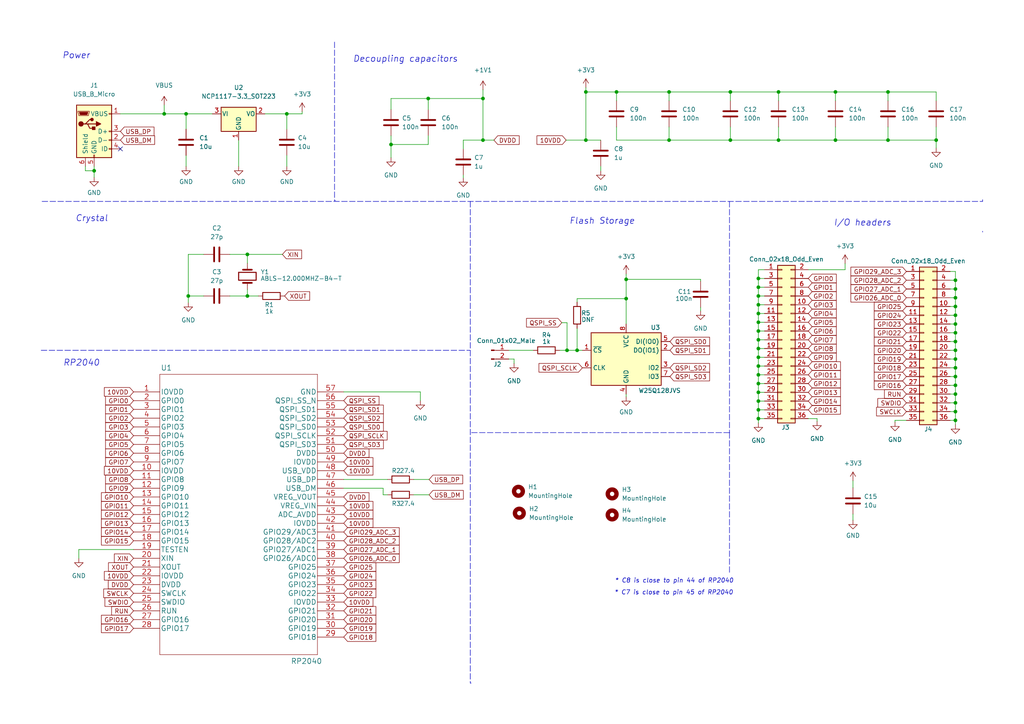
<source format=kicad_sch>
(kicad_sch (version 20211123) (generator eeschema)
  (paper "A4")
  (title_block (title "RP2040 based PCB") (rev "REV1"))
  (lib_symbols
    (symbol "Connector:Conn_01x02_Male" (pin_names (offset 1.016) hide)
      (property "Reference" "J" (at 0 2.54 0))
      (property "Value" "Conn_01x02_Male" (at 0 -5.08 0))
      (symbol "Conn_01x02_Male_1_1"
        (pin passive line (at 5.08 0 180) (length 3.81) (name "Pin_1") (number "1"))
        (pin passive line (at 5.08 -2.54 180) (length 3.81) (name "Pin_2") (number "2"))
      )
    )
    (symbol "Connector:USB_B_Micro" (pin_names (offset 1.016))
      (property "Reference" "J" (at -5.08 11.43 0))
      (property "Value" "USB_B_Micro" (at -5.08 8.89 0))
      (symbol "USB_B_Micro_1_1"
        (pin power_out line (at 7.62 5.08 180) (length 2.54) (name "VBUS") (number "1"))
        (pin bidirectional line (at 7.62 -2.54 180) (length 2.54) (name "D-") (number "2"))
        (pin bidirectional line (at 7.62 0 180) (length 2.54) (name "D+") (number "3"))
        (pin passive line (at 7.62 -5.08 180) (length 2.54) (name "ID") (number "4"))
        (pin power_out line (at 0 -10.16 90) (length 2.54) (name "GND") (number "5"))
        (pin passive line (at -2.54 -10.16 90) (length 2.54) (name "Shield") (number "6"))
      )
    )
    (symbol "Connector_Generic:Conn_02x18_Odd_Even" (pin_names (offset 1.016) hide)
      (property "Reference" "J" (at 1.27 22.86 0))
      (property "Value" "Conn_02x18_Odd_Even" (at 1.27 -25.4 0))
      (symbol "Conn_02x18_Odd_Even_1_1"
        (pin passive line (at -5.08 20.32 0) (length 3.81) (name "Pin_1") (number "1"))
        (pin passive line (at 7.62 10.16 180) (length 3.81) (name "Pin_10") (number "10"))
        (pin passive line (at -5.08 7.62 0) (length 3.81) (name "Pin_11") (number "11"))
        (pin passive line (at 7.62 7.62 180) (length 3.81) (name "Pin_12") (number "12"))
        (pin passive line (at -5.08 5.08 0) (length 3.81) (name "Pin_13") (number "13"))
        (pin passive line (at 7.62 5.08 180) (length 3.81) (name "Pin_14") (number "14"))
        (pin passive line (at -5.08 2.54 0) (length 3.81) (name "Pin_15") (number "15"))
        (pin passive line (at 7.62 2.54 180) (length 3.81) (name "Pin_16") (number "16"))
        (pin passive line (at -5.08 0 0) (length 3.81) (name "Pin_17") (number "17"))
        (pin passive line (at 7.62 0 180) (length 3.81) (name "Pin_18") (number "18"))
        (pin passive line (at -5.08 -2.54 0) (length 3.81) (name "Pin_19") (number "19"))
        (pin passive line (at 7.62 20.32 180) (length 3.81) (name "Pin_2") (number "2"))
        (pin passive line (at 7.62 -2.54 180) (length 3.81) (name "Pin_20") (number "20"))
        (pin passive line (at -5.08 -5.08 0) (length 3.81) (name "Pin_21") (number "21"))
        (pin passive line (at 7.62 -5.08 180) (length 3.81) (name "Pin_22") (number "22"))
        (pin passive line (at -5.08 -7.62 0) (length 3.81) (name "Pin_23") (number "23"))
        (pin passive line (at 7.62 -7.62 180) (length 3.81) (name "Pin_24") (number "24"))
        (pin passive line (at -5.08 -10.16 0) (length 3.81) (name "Pin_25") (number "25"))
        (pin passive line (at 7.62 -10.16 180) (length 3.81) (name "Pin_26") (number "26"))
        (pin passive line (at -5.08 -12.7 0) (length 3.81) (name "Pin_27") (number "27"))
        (pin passive line (at 7.62 -12.7 180) (length 3.81) (name "Pin_28") (number "28"))
        (pin passive line (at -5.08 -15.24 0) (length 3.81) (name "Pin_29") (number "29"))
        (pin passive line (at -5.08 17.78 0) (length 3.81) (name "Pin_3") (number "3"))
        (pin passive line (at 7.62 -15.24 180) (length 3.81) (name "Pin_30") (number "30"))
        (pin passive line (at -5.08 -17.78 0) (length 3.81) (name "Pin_31") (number "31"))
        (pin passive line (at 7.62 -17.78 180) (length 3.81) (name "Pin_32") (number "32"))
        (pin passive line (at -5.08 -20.32 0) (length 3.81) (name "Pin_33") (number "33"))
        (pin passive line (at 7.62 -20.32 180) (length 3.81) (name "Pin_34") (number "34"))
        (pin passive line (at -5.08 -22.86 0) (length 3.81) (name "Pin_35") (number "35"))
        (pin passive line (at 7.62 -22.86 180) (length 3.81) (name "Pin_36") (number "36"))
        (pin passive line (at 7.62 17.78 180) (length 3.81) (name "Pin_4") (number "4"))
        (pin passive line (at -5.08 15.24 0) (length 3.81) (name "Pin_5") (number "5"))
        (pin passive line (at 7.62 15.24 180) (length 3.81) (name "Pin_6") (number "6"))
        (pin passive line (at -5.08 12.7 0) (length 3.81) (name "Pin_7") (number "7"))
        (pin passive line (at 7.62 12.7 180) (length 3.81) (name "Pin_8") (number "8"))
        (pin passive line (at -5.08 10.16 0) (length 3.81) (name "Pin_9") (number "9"))
      )
    )
    (symbol "Device:C" (pin_numbers hide) (pin_names (offset 0.254))
      (property "Reference" "C" (at 0.635 2.54 0))
      (property "Value" "C" (at 0.635 -2.54 0))
      (symbol "C_1_1"
        (pin passive line (at 0 3.81 270) (length 2.794) (name "~") (number "1"))
        (pin passive line (at 0 -3.81 90) (length 2.794) (name "~") (number "2"))
      )
    )
    (symbol "Device:Crystal" (pin_numbers hide) (pin_names (offset 1.016) hide)
      (property "Reference" "Y" (at 0 3.81 0))
      (property "Value" "Crystal" (at 0 -3.81 0))
      (symbol "Crystal_1_1"
        (pin passive line (at -3.81 0 0) (length 1.27) (name "1") (number "1"))
        (pin passive line (at 3.81 0 180) (length 1.27) (name "2") (number "2"))
      )
    )
    (symbol "Device:R" (pin_numbers hide) (pin_names (offset 0))
      (property "Reference" "R" (at 2.032 0 90))
      (property "Value" "R" (at 0 0 90))
      (symbol "R_1_1"
        (pin passive line (at 0 3.81 270) (length 1.27) (name "~") (number "1"))
        (pin passive line (at 0 -3.81 90) (length 1.27) (name "~") (number "2"))
      )
    )
    (symbol "Mechanical:MountingHole" (pin_names (offset 1.016))
      (property "Reference" "H" (at 0 5.08 0))
      (property "Value" "MountingHole" (at 0 3.175 0))
    )
    (symbol "Memory_Flash:W25Q128JVS"
      (property "Reference" "U" (at -8.89 8.89 0))
      (property "Value" "W25Q128JVS" (at 7.62 8.89 0))
      (symbol "W25Q128JVS_1_1"
        (pin input line (at -12.7 2.54 0) (length 2.54) (name "~{CS}") (number "1"))
        (pin bidirectional line (at 12.7 2.54 180) (length 2.54) (name "DO(IO1)") (number "2"))
        (pin bidirectional line (at 12.7 -2.54 180) (length 2.54) (name "IO2") (number "3"))
        (pin power_in line (at 0 -10.16 90) (length 2.54) (name "GND") (number "4"))
        (pin bidirectional line (at 12.7 5.08 180) (length 2.54) (name "DI(IO0)") (number "5"))
        (pin input line (at -12.7 -2.54 0) (length 2.54) (name "CLK") (number "6"))
        (pin bidirectional line (at 12.7 -5.08 180) (length 2.54) (name "IO3") (number "7"))
        (pin power_in line (at 0 10.16 270) (length 2.54) (name "VCC") (number "8"))
      )
    )
    (symbol "Regulator_Linear:NCP1117-3.3_SOT223" (pin_names (offset 0.254))
      (property "Reference" "U" (at -3.81 3.175 0))
      (property "Value" "NCP1117-3.3_SOT223" (at 0 3.175 0))
      (symbol "NCP1117-3.3_SOT223_1_1"
        (pin power_in line (at 0 -7.62 90) (length 2.54) (name "GND") (number "1"))
        (pin power_out line (at 7.62 0 180) (length 2.54) (name "VO") (number "2"))
        (pin power_in line (at -7.62 0 0) (length 2.54) (name "VI") (number "3"))
      )
    )
    (symbol "power:+1V1" (power) (pin_names (offset 0))
      (property "Value" "+1V1" (at 0 3.556 0))
      (symbol "+1V1_1_1"
        (pin power_in line (at 0 0 90) (length 0) hide (name "+1V1") (number "1"))
      )
    )
    (symbol "power:+3V3" (power) (pin_names (offset 0))
      (property "Value" "+3V3" (at 0 3.556 0))
      (symbol "+3V3_1_1"
        (pin power_in line (at 0 0 90) (length 0) hide (name "+3V3") (number "1"))
      )
    )
    (symbol "power:GND" (power) (pin_names (offset 0))
      (property "Value" "GND" (at 0 -3.81 0))
      (symbol "GND_1_1"
        (pin power_in line (at 0 0 270) (length 0) hide (name "GND") (number "1"))
      )
    )
    (symbol "power:VBUS" (power) (pin_names (offset 0))
      (property "Value" "VBUS" (at 0 3.81 0))
      (symbol "VBUS_1_1"
        (pin power_in line (at 0 0 90) (length 0) hide (name "VBUS") (number "1"))
      )
    )
    (symbol "rp2040:RP2040" (pin_names (offset 0.254))
      (property "Reference" "U" (at 30.48 10.16 0))
      (property "Value" "RP2040" (at 30.48 7.62 0))
      (symbol "RP2040_1_1"
        (pin power_in line (at 0 0 0) (length 7.62) (name "IOVDD") (number "1"))
        (pin power_in line (at 0 -22.86 0) (length 7.62) (name "IOVDD") (number "10"))
        (pin bidirectional line (at 0 -25.4 0) (length 7.62) (name "GPIO8") (number "11"))
        (pin bidirectional line (at 0 -27.94 0) (length 7.62) (name "GPIO9") (number "12"))
        (pin bidirectional line (at 0 -30.48 0) (length 7.62) (name "GPIO10") (number "13"))
        (pin bidirectional line (at 0 -33.02 0) (length 7.62) (name "GPIO11") (number "14"))
        (pin bidirectional line (at 0 -35.56 0) (length 7.62) (name "GPIO12") (number "15"))
        (pin bidirectional line (at 0 -38.1 0) (length 7.62) (name "GPIO13") (number "16"))
        (pin bidirectional line (at 0 -40.64 0) (length 7.62) (name "GPIO14") (number "17"))
        (pin bidirectional line (at 0 -43.18 0) (length 7.62) (name "GPIO15") (number "18"))
        (pin unspecified line (at 0 -45.72 0) (length 7.62) (name "TESTEN") (number "19"))
        (pin bidirectional line (at 0 -2.54 0) (length 7.62) (name "GPIO0") (number "2"))
        (pin unspecified line (at 0 -48.26 0) (length 7.62) (name "XIN") (number "20"))
        (pin output line (at 0 -50.8 0) (length 7.62) (name "XOUT") (number "21"))
        (pin power_in line (at 0 -53.34 0) (length 7.62) (name "IOVDD") (number "22"))
        (pin power_in line (at 0 -55.88 0) (length 7.62) (name "DVDD") (number "23"))
        (pin unspecified line (at 0 -58.42 0) (length 7.62) (name "SWCLK") (number "24"))
        (pin unspecified line (at 0 -60.96 0) (length 7.62) (name "SWDIO") (number "25"))
        (pin unspecified line (at 0 -63.5 0) (length 7.62) (name "RUN") (number "26"))
        (pin bidirectional line (at 0 -66.04 0) (length 7.62) (name "GPIO16") (number "27"))
        (pin bidirectional line (at 0 -68.58 0) (length 7.62) (name "GPIO17") (number "28"))
        (pin bidirectional line (at 60.96 -71.12 180) (length 7.62) (name "GPIO18") (number "29"))
        (pin bidirectional line (at 0 -5.08 0) (length 7.62) (name "GPIO1") (number "3"))
        (pin bidirectional line (at 60.96 -68.58 180) (length 7.62) (name "GPIO19") (number "30"))
        (pin bidirectional line (at 60.96 -66.04 180) (length 7.62) (name "GPIO20") (number "31"))
        (pin bidirectional line (at 60.96 -63.5 180) (length 7.62) (name "GPIO21") (number "32"))
        (pin power_in line (at 60.96 -60.96 180) (length 7.62) (name "IOVDD") (number "33"))
        (pin bidirectional line (at 60.96 -58.42 180) (length 7.62) (name "GPIO22") (number "34"))
        (pin bidirectional line (at 60.96 -55.88 180) (length 7.62) (name "GPIO23") (number "35"))
        (pin bidirectional line (at 60.96 -53.34 180) (length 7.62) (name "GPIO24") (number "36"))
        (pin bidirectional line (at 60.96 -50.8 180) (length 7.62) (name "GPIO25") (number "37"))
        (pin bidirectional line (at 60.96 -48.26 180) (length 7.62) (name "GPIO26/ADC0") (number "38"))
        (pin bidirectional line (at 60.96 -45.72 180) (length 7.62) (name "GPIO27/ADC1") (number "39"))
        (pin bidirectional line (at 0 -7.62 0) (length 7.62) (name "GPIO2") (number "4"))
        (pin bidirectional line (at 60.96 -43.18 180) (length 7.62) (name "GPIO28/ADC2") (number "40"))
        (pin bidirectional line (at 60.96 -40.64 180) (length 7.62) (name "GPIO29/ADC3") (number "41"))
        (pin power_in line (at 60.96 -38.1 180) (length 7.62) (name "IOVDD") (number "42"))
        (pin power_in line (at 60.96 -35.56 180) (length 7.62) (name "ADC_AVDD") (number "43"))
        (pin unspecified line (at 60.96 -33.02 180) (length 7.62) (name "VREG_VIN") (number "44"))
        (pin output line (at 60.96 -30.48 180) (length 7.62) (name "VREG_VOUT") (number "45"))
        (pin unspecified line (at 60.96 -27.94 180) (length 7.62) (name "USB_DM") (number "46"))
        (pin unspecified line (at 60.96 -25.4 180) (length 7.62) (name "USB_DP") (number "47"))
        (pin power_in line (at 60.96 -22.86 180) (length 7.62) (name "USB_VDD") (number "48"))
        (pin power_in line (at 60.96 -20.32 180) (length 7.62) (name "IOVDD") (number "49"))
        (pin bidirectional line (at 0 -10.16 0) (length 7.62) (name "GPIO3") (number "5"))
        (pin power_in line (at 60.96 -17.78 180) (length 7.62) (name "DVDD") (number "50"))
        (pin bidirectional line (at 60.96 -15.24 180) (length 7.62) (name "QSPI_SD3") (number "51"))
        (pin unspecified line (at 60.96 -12.7 180) (length 7.62) (name "QSPI_SCLK") (number "52"))
        (pin bidirectional line (at 60.96 -10.16 180) (length 7.62) (name "QSPI_SD0") (number "53"))
        (pin bidirectional line (at 60.96 -7.62 180) (length 7.62) (name "QSPI_SD2") (number "54"))
        (pin bidirectional line (at 60.96 -5.08 180) (length 7.62) (name "QSPI_SD1") (number "55"))
        (pin unspecified line (at 60.96 -2.54 180) (length 7.62) (name "QSPI_SS_N") (number "56"))
        (pin power_in line (at 60.96 0 180) (length 7.62) (name "GND") (number "57"))
        (pin bidirectional line (at 0 -12.7 0) (length 7.62) (name "GPIO4") (number "6"))
        (pin bidirectional line (at 0 -15.24 0) (length 7.62) (name "GPIO5") (number "7"))
        (pin bidirectional line (at 0 -17.78 0) (length 7.62) (name "GPIO6") (number "8"))
        (pin bidirectional line (at 0 -20.32 0) (length 7.62) (name "GPIO7") (number "9"))
      )
    )
  )
  (junction (at 211.836 26.67))
  (junction (at 277.114 106.68))
  (junction (at 277.114 119.38))
  (junction (at 219.964 98.552))
  (junction (at 219.964 80.772))
  (junction (at 225.806 40.64))
  (junction (at 219.964 93.472))
  (junction (at 277.114 116.84))
  (junction (at 219.964 118.872))
  (junction (at 257.556 26.67))
  (junction (at 277.114 99.06))
  (junction (at 277.114 111.76))
  (junction (at 219.964 106.172))
  (junction (at 194.056 40.64))
  (junction (at 219.964 113.792))
  (junction (at 219.964 103.632))
  (junction (at 242.316 40.64))
  (junction (at 178.816 26.67))
  (junction (at 277.114 91.44))
  (junction (at 47.625 33.02))
  (junction (at 71.755 73.787))
  (junction (at 219.964 85.852))
  (junction (at 277.114 114.3))
  (junction (at 277.114 83.82))
  (junction (at 140.081 28.575))
  (junction (at 219.964 111.252))
  (junction (at 219.964 116.332))
  (junction (at 181.61 86.614))
  (junction (at 277.114 101.6))
  (junction (at 277.114 109.22))
  (junction (at 113.411 41.91))
  (junction (at 225.806 26.67))
  (junction (at 169.926 26.67))
  (junction (at 124.206 28.575))
  (junction (at 257.556 40.64))
  (junction (at 167.386 101.6))
  (junction (at 211.836 40.64))
  (junction (at 277.114 88.9))
  (junction (at 271.526 40.64))
  (junction (at 277.114 93.98))
  (junction (at 140.081 40.64))
  (junction (at 194.056 26.67))
  (junction (at 242.316 26.67))
  (junction (at 219.964 101.092))
  (junction (at 219.964 83.312))
  (junction (at 277.114 96.52))
  (junction (at 277.114 81.28))
  (junction (at 71.755 85.852))
  (junction (at 169.926 40.64))
  (junction (at 219.964 88.392))
  (junction (at 219.964 96.012))
  (junction (at 277.114 104.14))
  (junction (at 83.185 33.02))
  (junction (at 277.114 86.36))
  (junction (at 277.114 121.92))
  (junction (at 54.61 85.852))
  (junction (at 27.305 49.53))
  (junction (at 181.61 81.026))
  (junction (at 219.964 121.412))
  (junction (at 53.975 33.02))
  (junction (at 219.964 108.712))
  (junction (at 164.465 101.6))
  (junction (at 219.964 90.932))
  (no_connect (at 34.925 43.18))
  (wire (pts (xy 194.056 26.67) (xy 211.836 26.67)))
  (wire (pts (xy 277.114 88.9) (xy 277.114 91.44)))
  (wire (pts (xy 140.081 40.64) (xy 143.256 40.64)))
  (wire (pts (xy 242.316 26.67) (xy 242.316 29.21)))
  (wire (pts (xy 275.59 109.22) (xy 277.114 109.22)))
  (wire (pts (xy 277.114 116.84) (xy 277.114 119.38)))
  (wire (pts (xy 219.964 80.772) (xy 221.742 80.772)))
  (wire (pts (xy 277.114 106.68) (xy 277.114 109.22)))
  (wire (pts (xy 257.556 36.83) (xy 257.556 40.64)))
  (wire (pts (xy 275.59 121.92) (xy 277.114 121.92)))
  (polyline (pts (xy 211.582 58.42) (xy 211.582 125.476)))
  (wire (pts (xy 219.964 90.932) (xy 221.742 90.932)))
  (wire (pts (xy 277.114 104.14) (xy 277.114 106.68)))
  (polyline (pts (xy 211.582 125.476) (xy 211.582 166.116)))
  (wire (pts (xy 257.556 26.67) (xy 257.556 29.21)))
  (wire (pts (xy 271.526 26.67) (xy 271.526 29.21)))
  (wire (pts (xy 83.185 33.02) (xy 76.835 33.02)))
  (wire (pts (xy 275.59 99.06) (xy 277.114 99.06)))
  (wire (pts (xy 225.806 36.83) (xy 225.806 40.64)))
  (wire (pts (xy 275.59 114.3) (xy 277.114 114.3)))
  (wire (pts (xy 219.964 113.792) (xy 221.742 113.792)))
  (wire (pts (xy 134.366 50.8) (xy 134.366 51.562)))
  (wire (pts (xy 277.114 119.38) (xy 277.114 121.92)))
  (wire (pts (xy 181.61 81.026) (xy 181.61 86.614)))
  (wire (pts (xy 66.675 73.787) (xy 71.755 73.787)))
  (wire (pts (xy 219.964 93.472) (xy 221.742 93.472)))
  (wire (pts (xy 134.366 43.18) (xy 134.366 40.64)))
  (wire (pts (xy 277.114 99.06) (xy 277.114 101.6)))
  (wire (pts (xy 219.964 83.312) (xy 221.742 83.312)))
  (wire (pts (xy 71.755 85.852) (xy 74.93 85.852)))
  (wire (pts (xy 113.411 28.575) (xy 124.206 28.575)))
  (wire (pts (xy 120.015 143.51) (xy 124.46 143.51)))
  (wire (pts (xy 27.305 49.53) (xy 27.305 51.435)))
  (wire (pts (xy 111.125 141.605) (xy 111.125 143.51)))
  (wire (pts (xy 275.59 93.98) (xy 277.114 93.98)))
  (wire (pts (xy 99.695 113.665) (xy 121.92 113.665)))
  (wire (pts (xy 38.735 159.385) (xy 22.86 159.385)))
  (wire (pts (xy 275.59 86.36) (xy 277.114 86.36)))
  (wire (pts (xy 69.215 40.64) (xy 69.215 48.26)))
  (wire (pts (xy 221.742 116.332) (xy 219.964 116.332)))
  (wire (pts (xy 147.574 104.14) (xy 149.098 104.14)))
  (wire (pts (xy 242.316 26.67) (xy 257.556 26.67)))
  (wire (pts (xy 211.836 26.67) (xy 225.806 26.67)))
  (wire (pts (xy 225.806 40.64) (xy 242.316 40.64)))
  (wire (pts (xy 221.742 118.872) (xy 219.964 118.872)))
  (wire (pts (xy 164.465 93.599) (xy 164.465 101.6)))
  (wire (pts (xy 277.114 83.82) (xy 277.114 81.28)))
  (wire (pts (xy 219.964 121.412) (xy 219.964 122.682)))
  (wire (pts (xy 164.465 101.6) (xy 167.386 101.6)))
  (wire (pts (xy 247.396 139.446) (xy 247.396 141.478)))
  (wire (pts (xy 99.695 141.605) (xy 111.125 141.605)))
  (wire (pts (xy 219.964 106.172) (xy 219.964 108.712)))
  (wire (pts (xy 134.366 40.64) (xy 140.081 40.64)))
  (wire (pts (xy 83.185 45.085) (xy 83.185 48.26)))
  (wire (pts (xy 247.396 149.098) (xy 247.396 150.876)))
  (wire (pts (xy 149.098 104.14) (xy 149.098 105.41)))
  (wire (pts (xy 211.836 40.64) (xy 225.806 40.64)))
  (wire (pts (xy 54.61 87.757) (xy 54.61 85.852)))
  (wire (pts (xy 34.925 33.02) (xy 47.625 33.02)))
  (wire (pts (xy 219.964 111.252) (xy 219.964 113.792)))
  (wire (pts (xy 219.964 116.332) (xy 219.964 118.872)))
  (wire (pts (xy 167.386 86.614) (xy 181.61 86.614)))
  (wire (pts (xy 24.765 49.53) (xy 27.305 49.53)))
  (wire (pts (xy 277.114 86.36) (xy 277.114 88.9)))
  (wire (pts (xy 219.964 108.712) (xy 221.742 108.712)))
  (wire (pts (xy 54.61 73.787) (xy 59.055 73.787)))
  (wire (pts (xy 225.806 26.67) (xy 225.806 29.21)))
  (wire (pts (xy 169.926 40.64) (xy 174.244 40.64)))
  (wire (pts (xy 277.114 101.6) (xy 277.114 104.14)))
  (wire (pts (xy 162.306 101.6) (xy 164.465 101.6)))
  (wire (pts (xy 87.63 32.385) (xy 87.63 33.02)))
  (wire (pts (xy 71.755 83.947) (xy 71.755 85.852)))
  (polyline (pts (xy 136.398 58.42) (xy 136.398 67.056)))
  (wire (pts (xy 167.386 95.25) (xy 167.386 101.6)))
  (polyline (pts (xy 11.938 101.6) (xy 136.398 101.6)))
  (wire (pts (xy 111.125 143.51) (xy 112.395 143.51)))
  (wire (pts (xy 169.926 26.67) (xy 169.926 40.64)))
  (wire (pts (xy 113.411 41.91) (xy 113.411 45.72)))
  (wire (pts (xy 257.556 40.64) (xy 271.526 40.64)))
  (wire (pts (xy 221.742 101.092) (xy 219.964 101.092)))
  (wire (pts (xy 242.316 36.83) (xy 242.316 40.64)))
  (polyline (pts (xy 136.398 198.12) (xy 136.652 198.12)))
  (wire (pts (xy 277.114 96.52) (xy 277.114 99.06)))
  (wire (pts (xy 275.59 81.28) (xy 277.114 81.28)))
  (wire (pts (xy 147.574 101.6) (xy 154.686 101.6)))
  (wire (pts (xy 47.625 33.02) (xy 47.625 30.48)))
  (wire (pts (xy 211.836 36.83) (xy 211.836 40.64)))
  (wire (pts (xy 162.941 93.599) (xy 164.465 93.599)))
  (wire (pts (xy 178.816 36.83) (xy 178.816 40.64)))
  (wire (pts (xy 219.964 98.552) (xy 219.964 101.092)))
  (wire (pts (xy 275.59 116.84) (xy 277.114 116.84)))
  (wire (pts (xy 219.964 80.772) (xy 219.964 78.232)))
  (wire (pts (xy 275.59 83.82) (xy 277.114 83.82)))
  (wire (pts (xy 219.964 118.872) (xy 219.964 121.412)))
  (wire (pts (xy 113.411 39.37) (xy 113.411 41.91)))
  (wire (pts (xy 257.556 26.67) (xy 271.526 26.67)))
  (polyline (pts (xy 284.988 57.912) (xy 284.988 58.42)))
  (wire (pts (xy 178.816 40.64) (xy 194.056 40.64)))
  (wire (pts (xy 219.964 108.712) (xy 219.964 111.252)))
  (wire (pts (xy 259.588 121.92) (xy 259.588 122.428)))
  (wire (pts (xy 194.056 29.21) (xy 194.056 26.67)))
  (wire (pts (xy 169.926 25.4) (xy 169.926 26.67)))
  (wire (pts (xy 27.305 48.26) (xy 27.305 49.53)))
  (wire (pts (xy 181.61 81.026) (xy 203.2 81.026)))
  (wire (pts (xy 54.61 85.852) (xy 59.055 85.852)))
  (wire (pts (xy 47.625 33.02) (xy 53.975 33.02)))
  (wire (pts (xy 87.63 33.02) (xy 83.185 33.02)))
  (wire (pts (xy 113.411 31.75) (xy 113.411 28.575)))
  (wire (pts (xy 245.11 76.454) (xy 245.11 78.232)))
  (wire (pts (xy 178.816 29.21) (xy 178.816 26.67)))
  (wire (pts (xy 242.316 40.64) (xy 257.556 40.64)))
  (wire (pts (xy 71.755 76.327) (xy 71.755 73.787)))
  (polyline (pts (xy 12.192 58.42) (xy 284.988 58.42)))
  (wire (pts (xy 275.59 119.38) (xy 277.114 119.38)))
  (wire (pts (xy 277.114 114.3) (xy 277.114 116.84)))
  (wire (pts (xy 83.185 37.465) (xy 83.185 33.02)))
  (wire (pts (xy 277.114 81.28) (xy 277.114 78.74)))
  (wire (pts (xy 120.015 139.065) (xy 124.46 139.065)))
  (wire (pts (xy 181.61 79.502) (xy 181.61 81.026)))
  (wire (pts (xy 221.742 88.392) (xy 219.964 88.392)))
  (wire (pts (xy 194.056 40.64) (xy 211.836 40.64)))
  (wire (pts (xy 277.114 93.98) (xy 277.114 96.52)))
  (wire (pts (xy 124.206 28.575) (xy 140.081 28.575)))
  (wire (pts (xy 275.59 88.9) (xy 277.114 88.9)))
  (wire (pts (xy 174.244 48.26) (xy 174.244 49.53)))
  (wire (pts (xy 53.975 33.02) (xy 53.975 37.465)))
  (wire (pts (xy 219.964 83.312) (xy 219.964 80.772)))
  (wire (pts (xy 181.61 114.3) (xy 181.61 115.062)))
  (polyline (pts (xy 97.028 12.192) (xy 97.028 58.166)))
  (wire (pts (xy 219.964 103.632) (xy 219.964 106.172)))
  (wire (pts (xy 167.386 101.6) (xy 168.91 101.6)))
  (wire (pts (xy 140.081 28.575) (xy 140.081 40.64)))
  (wire (pts (xy 121.92 113.665) (xy 121.92 116.205)))
  (wire (pts (xy 219.964 103.632) (xy 221.742 103.632)))
  (wire (pts (xy 245.11 78.232) (xy 234.442 78.232)))
  (wire (pts (xy 211.836 29.21) (xy 211.836 26.67)))
  (polyline (pts (xy 136.398 67.31) (xy 136.398 198.12)))
  (wire (pts (xy 275.59 104.14) (xy 277.114 104.14)))
  (wire (pts (xy 277.114 86.36) (xy 277.114 83.82)))
  (wire (pts (xy 225.806 26.67) (xy 242.316 26.67)))
  (wire (pts (xy 178.816 26.67) (xy 194.056 26.67)))
  (polyline (pts (xy 211.582 125.476) (xy 136.398 125.476)))
  (polyline (pts (xy 284.988 67.056) (xy 284.988 67.31)))
  (wire (pts (xy 219.964 96.012) (xy 219.964 98.552)))
  (wire (pts (xy 203.2 89.154) (xy 203.2 90.17)))
  (wire (pts (xy 71.755 85.852) (xy 66.675 85.852)))
  (wire (pts (xy 164.211 40.64) (xy 169.926 40.64)))
  (wire (pts (xy 262.89 121.92) (xy 259.588 121.92)))
  (wire (pts (xy 219.964 93.472) (xy 219.964 96.012)))
  (wire (pts (xy 219.964 90.932) (xy 219.964 93.472)))
  (wire (pts (xy 219.964 121.412) (xy 221.742 121.412)))
  (wire (pts (xy 169.926 26.67) (xy 178.816 26.67)))
  (wire (pts (xy 113.411 41.91) (xy 124.206 41.91)))
  (polyline (pts (xy 97.028 58.166) (xy 97.282 58.166)))
  (wire (pts (xy 275.59 78.74) (xy 277.114 78.74)))
  (wire (pts (xy 277.114 111.76) (xy 277.114 114.3)))
  (wire (pts (xy 194.056 36.83) (xy 194.056 40.64)))
  (wire (pts (xy 99.695 139.065) (xy 112.395 139.065)))
  (wire (pts (xy 24.765 48.26) (xy 24.765 49.53)))
  (wire (pts (xy 167.386 87.63) (xy 167.386 86.614)))
  (wire (pts (xy 219.964 111.252) (xy 221.742 111.252)))
  (wire (pts (xy 236.982 121.412) (xy 236.982 122.174)))
  (wire (pts (xy 277.114 91.44) (xy 277.114 93.98)))
  (wire (pts (xy 140.081 26.035) (xy 140.081 28.575)))
  (wire (pts (xy 271.526 40.64) (xy 271.526 42.926)))
  (wire (pts (xy 203.2 81.534) (xy 203.2 81.026)))
  (wire (pts (xy 275.59 106.68) (xy 277.114 106.68)))
  (wire (pts (xy 221.742 85.852) (xy 219.964 85.852)))
  (wire (pts (xy 275.59 101.6) (xy 277.114 101.6)))
  (wire (pts (xy 71.755 73.787) (xy 81.915 73.787)))
  (wire (pts (xy 275.59 91.44) (xy 277.114 91.44)))
  (wire (pts (xy 219.964 96.012) (xy 221.742 96.012)))
  (wire (pts (xy 53.975 45.085) (xy 53.975 48.26)))
  (wire (pts (xy 219.964 113.792) (xy 219.964 116.332)))
  (wire (pts (xy 22.86 159.385) (xy 22.86 161.925)))
  (wire (pts (xy 181.61 86.614) (xy 181.61 93.98)))
  (wire (pts (xy 54.61 85.852) (xy 54.61 73.787)))
  (wire (pts (xy 219.964 83.312) (xy 219.964 85.852)))
  (wire (pts (xy 275.59 111.76) (xy 277.114 111.76)))
  (wire (pts (xy 275.59 96.52) (xy 277.114 96.52)))
  (wire (pts (xy 277.114 121.92) (xy 277.114 123.19)))
  (wire (pts (xy 219.964 98.552) (xy 221.742 98.552)))
  (wire (pts (xy 219.964 101.092) (xy 219.964 103.632)))
  (wire (pts (xy 219.964 106.172) (xy 221.742 106.172)))
  (wire (pts (xy 124.206 28.575) (xy 124.206 31.75)))
  (wire (pts (xy 271.526 40.64) (xy 271.526 36.83)))
  (wire (pts (xy 53.975 33.02) (xy 61.595 33.02)))
  (wire (pts (xy 219.964 78.232) (xy 221.742 78.232)))
  (wire (pts (xy 124.206 39.37) (xy 124.206 41.91)))
  (wire (pts (xy 219.964 85.852) (xy 219.964 88.392)))
  (wire (pts (xy 277.114 109.22) (xy 277.114 111.76)))
  (wire (pts (xy 219.964 88.392) (xy 219.964 90.932)))
  (wire (pts (xy 234.442 121.412) (xy 236.982 121.412)))
  (text "* C7 is close to pin 45 of RP2040" (at 178.181 172.72 0) (effects (font (size 1.27 1.27) italic) (justify left bottom)))
  (text "Flash Storage\n" (at 165.1 65.278 0) (effects (font (size 1.8 1.8) italic) (justify left bottom)))
  (text "I/O headers" (at 241.808 65.786 0) (effects (font (size 1.8 1.8) italic) (justify left bottom)))
  (text "RP2040" (at 18.288 106.426 0) (effects (font (size 1.8 1.8) italic) (justify left bottom)))
  (text "Power" (at 18.034 17.272 0) (effects (font (size 1.8 1.8) italic) (justify left bottom)))
  (text "Decoupling capacitors" (at 102.362 18.288 0) (effects (font (size 1.8 1.8) italic) (justify left bottom)))
  (text "Crystal" (at 21.844 64.516 0) (effects (font (size 1.8 1.8) italic) (justify left bottom)))
  (text "* C8 is close to pin 44 of RP2040" (at 178.308 169.291 0) (effects (font (size 1.27 1.27) italic) (justify left bottom)))
  (global_label "GPIO28_ADC_2" (shape input) (at 99.695 156.845 0) (property "Intersheet References" "${INTERSHEET_REFS}" (effects hide)))
  (global_label "USB_DM" (shape input) (at 34.925 40.64 0) (property "Intersheet References" "${INTERSHEET_REFS}" (effects hide)))
  (global_label "GPIO26_ADC_0" (shape input) (at 99.695 161.925 0) (property "Intersheet References" "${INTERSHEET_REFS}" (effects hide)))
  (global_label "GPIO29_ADC_3" (shape input) (at 262.89 78.74 180) (property "Intersheet References" "${INTERSHEET_REFS}" (effects hide)))
  (global_label "GPIO11" (shape input) (at 234.442 108.712 0) (property "Intersheet References" "${INTERSHEET_REFS}" (effects hide)))
  (global_label "GPIO6" (shape input) (at 38.735 131.445 180) (property "Intersheet References" "${INTERSHEET_REFS}" (effects hide)))
  (global_label "QSPI_SCLK" (shape input) (at 168.91 106.68 180) (property "Intersheet References" "${INTERSHEET_REFS}" (effects hide)))
  (global_label "GPIO19" (shape input) (at 99.695 182.245 0) (property "Intersheet References" "${INTERSHEET_REFS}" (effects hide)))
  (global_label "GPIO10" (shape input) (at 38.735 144.145 180) (property "Intersheet References" "${INTERSHEET_REFS}" (effects hide)))
  (global_label "XOUT" (shape input) (at 38.735 164.465 180) (property "Intersheet References" "${INTERSHEET_REFS}" (effects hide)))
  (global_label "QSPI_SD3" (shape input) (at 99.695 128.905 0) (property "Intersheet References" "${INTERSHEET_REFS}" (effects hide)))
  (global_label "QSPI_SD1" (shape input) (at 194.31 101.6 0) (property "Intersheet References" "${INTERSHEET_REFS}" (effects hide)))
  (global_label "GPIO9" (shape input) (at 234.442 103.632 0) (property "Intersheet References" "${INTERSHEET_REFS}" (effects hide)))
  (global_label "RUN" (shape input) (at 38.735 177.165 180) (property "Intersheet References" "${INTERSHEET_REFS}" (effects hide)))
  (global_label "GPIO18" (shape input) (at 262.89 106.68 180) (property "Intersheet References" "${INTERSHEET_REFS}" (effects hide)))
  (global_label "XOUT" (shape input) (at 82.55 85.852 0) (property "Intersheet References" "${INTERSHEET_REFS}" (effects hide)))
  (global_label "GPIO5" (shape input) (at 38.735 128.905 180) (property "Intersheet References" "${INTERSHEET_REFS}" (effects hide)))
  (global_label "GPIO8" (shape input) (at 38.735 139.065 180) (property "Intersheet References" "${INTERSHEET_REFS}" (effects hide)))
  (global_label "XIN" (shape input) (at 81.915 73.787 0) (property "Intersheet References" "${INTERSHEET_REFS}" (effects hide)))
  (global_label "GPIO24" (shape input) (at 262.89 91.44 180) (property "Intersheet References" "${INTERSHEET_REFS}" (effects hide)))
  (global_label "GPIO18" (shape input) (at 99.695 184.785 0) (property "Intersheet References" "${INTERSHEET_REFS}" (effects hide)))
  (global_label "GPIO23" (shape input) (at 99.695 169.545 0) (property "Intersheet References" "${INTERSHEET_REFS}" (effects hide)))
  (global_label "GPIO5" (shape input) (at 234.442 93.472 0) (property "Intersheet References" "${INTERSHEET_REFS}" (effects hide)))
  (global_label "10VDD" (shape input) (at 99.695 146.685 0) (property "Intersheet References" "${INTERSHEET_REFS}" (effects hide)))
  (global_label "SWCLK" (shape input) (at 38.735 172.085 180) (property "Intersheet References" "${INTERSHEET_REFS}" (effects hide)))
  (global_label "GPIO2" (shape input) (at 38.735 121.285 180) (property "Intersheet References" "${INTERSHEET_REFS}" (effects hide)))
  (global_label "GPIO14" (shape input) (at 234.442 116.332 0) (property "Intersheet References" "${INTERSHEET_REFS}" (effects hide)))
  (global_label "GPIO27_ADC_1" (shape input) (at 99.695 159.385 0) (property "Intersheet References" "${INTERSHEET_REFS}" (effects hide)))
  (global_label "GPIO22" (shape input) (at 262.89 96.52 180) (property "Intersheet References" "${INTERSHEET_REFS}" (effects hide)))
  (global_label "GPIO15" (shape input) (at 38.735 156.845 180) (property "Intersheet References" "${INTERSHEET_REFS}" (effects hide)))
  (global_label "QSPI_SCLK" (shape input) (at 99.695 126.365 0) (property "Intersheet References" "${INTERSHEET_REFS}" (effects hide)))
  (global_label "GPIO6" (shape input) (at 234.442 96.012 0) (property "Intersheet References" "${INTERSHEET_REFS}" (effects hide)))
  (global_label "GPIO7" (shape input) (at 234.442 98.552 0) (property "Intersheet References" "${INTERSHEET_REFS}" (effects hide)))
  (global_label "GPIO11" (shape input) (at 38.735 146.685 180) (property "Intersheet References" "${INTERSHEET_REFS}" (effects hide)))
  (global_label "GPIO1" (shape input) (at 38.735 118.745 180) (property "Intersheet References" "${INTERSHEET_REFS}" (effects hide)))
  (global_label "10VDD" (shape input) (at 99.695 174.625 0) (property "Intersheet References" "${INTERSHEET_REFS}" (effects hide)))
  (global_label "GPIO22" (shape input) (at 99.695 172.085 0) (property "Intersheet References" "${INTERSHEET_REFS}" (effects hide)))
  (global_label "DVDD" (shape input) (at 99.695 144.145 0) (property "Intersheet References" "${INTERSHEET_REFS}" (effects hide)))
  (global_label "10VDD" (shape input) (at 38.735 136.525 180) (property "Intersheet References" "${INTERSHEET_REFS}" (effects hide)))
  (global_label "10VDD" (shape input) (at 99.695 133.985 0) (property "Intersheet References" "${INTERSHEET_REFS}" (effects hide)))
  (global_label "GPIO4" (shape input) (at 38.735 126.365 180) (property "Intersheet References" "${INTERSHEET_REFS}" (effects hide)))
  (global_label "10VDD" (shape input) (at 164.211 40.64 180) (property "Intersheet References" "${INTERSHEET_REFS}" (effects hide)))
  (global_label "QSPI_SD3" (shape input) (at 194.31 109.22 0) (property "Intersheet References" "${INTERSHEET_REFS}" (effects hide)))
  (global_label "DVDD" (shape input) (at 99.695 131.445 0) (property "Intersheet References" "${INTERSHEET_REFS}" (effects hide)))
  (global_label "GPIO17" (shape input) (at 38.735 182.245 180) (property "Intersheet References" "${INTERSHEET_REFS}" (effects hide)))
  (global_label "GPIO25" (shape input) (at 99.695 164.465 0) (property "Intersheet References" "${INTERSHEET_REFS}" (effects hide)))
  (global_label "SWDIO" (shape input) (at 262.89 116.84 180) (property "Intersheet References" "${INTERSHEET_REFS}" (effects hide)))
  (global_label "GPIO16" (shape input) (at 262.89 111.76 180) (property "Intersheet References" "${INTERSHEET_REFS}" (effects hide)))
  (global_label "10VDD" (shape input) (at 99.695 151.765 0) (property "Intersheet References" "${INTERSHEET_REFS}" (effects hide)))
  (global_label "USB_DP" (shape input) (at 34.925 38.1 0) (property "Intersheet References" "${INTERSHEET_REFS}" (effects hide)))
  (global_label "GPIO0" (shape input) (at 38.735 116.205 180) (property "Intersheet References" "${INTERSHEET_REFS}" (effects hide)))
  (global_label "GPIO25" (shape input) (at 262.89 88.9 180) (property "Intersheet References" "${INTERSHEET_REFS}" (effects hide)))
  (global_label "GPIO21" (shape input) (at 99.695 177.165 0) (property "Intersheet References" "${INTERSHEET_REFS}" (effects hide)))
  (global_label "GPIO29_ADC_3" (shape input) (at 99.695 154.305 0) (property "Intersheet References" "${INTERSHEET_REFS}" (effects hide)))
  (global_label "GPIO26_ADC_0" (shape input) (at 262.89 86.36 180) (property "Intersheet References" "${INTERSHEET_REFS}" (effects hide)))
  (global_label "GPIO3" (shape input) (at 234.442 88.392 0) (property "Intersheet References" "${INTERSHEET_REFS}" (effects hide)))
  (global_label "10VDD" (shape input) (at 99.695 149.225 0) (property "Intersheet References" "${INTERSHEET_REFS}" (effects hide)))
  (global_label "QSPI_SD2" (shape input) (at 99.695 121.285 0) (property "Intersheet References" "${INTERSHEET_REFS}" (effects hide)))
  (global_label "QSPI_SD1" (shape input) (at 99.695 118.745 0) (property "Intersheet References" "${INTERSHEET_REFS}" (effects hide)))
  (global_label "GPIO12" (shape input) (at 38.735 149.225 180) (property "Intersheet References" "${INTERSHEET_REFS}" (effects hide)))
  (global_label "DVDD" (shape input) (at 38.735 169.545 180) (property "Intersheet References" "${INTERSHEET_REFS}" (effects hide)))
  (global_label "GPIO16" (shape input) (at 38.735 179.705 180) (property "Intersheet References" "${INTERSHEET_REFS}" (effects hide)))
  (global_label "GPIO4" (shape input) (at 234.442 90.932 0) (property "Intersheet References" "${INTERSHEET_REFS}" (effects hide)))
  (global_label "GPIO2" (shape input) (at 234.442 85.852 0) (property "Intersheet References" "${INTERSHEET_REFS}" (effects hide)))
  (global_label "DVDD" (shape input) (at 143.256 40.64 0) (property "Intersheet References" "${INTERSHEET_REFS}" (effects hide)))
  (global_label "GPIO21" (shape input) (at 262.89 99.06 180) (property "Intersheet References" "${INTERSHEET_REFS}" (effects hide)))
  (global_label "USB_DP" (shape input) (at 124.46 139.065 0) (property "Intersheet References" "${INTERSHEET_REFS}" (effects hide)))
  (global_label "GPIO10" (shape input) (at 234.442 106.172 0) (property "Intersheet References" "${INTERSHEET_REFS}" (effects hide)))
  (global_label "QSPI_SS" (shape input) (at 99.695 116.205 0) (property "Intersheet References" "${INTERSHEET_REFS}" (effects hide)))
  (global_label "GPIO15" (shape input) (at 234.442 118.872 0) (property "Intersheet References" "${INTERSHEET_REFS}" (effects hide)))
  (global_label "10VDD" (shape input) (at 38.735 113.665 180) (property "Intersheet References" "${INTERSHEET_REFS}" (effects hide)))
  (global_label "GPIO0" (shape input) (at 234.442 80.772 0) (property "Intersheet References" "${INTERSHEET_REFS}" (effects hide)))
  (global_label "QSPI_SD0" (shape input) (at 194.31 99.06 0) (property "Intersheet References" "${INTERSHEET_REFS}" (effects hide)))
  (global_label "GPIO20" (shape input) (at 262.89 101.6 180) (property "Intersheet References" "${INTERSHEET_REFS}" (effects hide)))
  (global_label "GPIO24" (shape input) (at 99.695 167.005 0) (property "Intersheet References" "${INTERSHEET_REFS}" (effects hide)))
  (global_label "XIN" (shape input) (at 38.735 161.925 180) (property "Intersheet References" "${INTERSHEET_REFS}" (effects hide)))
  (global_label "GPIO14" (shape input) (at 38.735 154.305 180) (property "Intersheet References" "${INTERSHEET_REFS}" (effects hide)))
  (global_label "10VDD" (shape input) (at 99.695 136.525 0) (property "Intersheet References" "${INTERSHEET_REFS}" (effects hide)))
  (global_label "GPIO9" (shape input) (at 38.735 141.605 180) (property "Intersheet References" "${INTERSHEET_REFS}" (effects hide)))
  (global_label "GPIO20" (shape input) (at 99.695 179.705 0) (property "Intersheet References" "${INTERSHEET_REFS}" (effects hide)))
  (global_label "GPIO3" (shape input) (at 38.735 123.825 180) (property "Intersheet References" "${INTERSHEET_REFS}" (effects hide)))
  (global_label "SWCLK" (shape input) (at 262.89 119.38 180) (property "Intersheet References" "${INTERSHEET_REFS}" (effects hide)))
  (global_label "SWDIO" (shape input) (at 38.735 174.625 180) (property "Intersheet References" "${INTERSHEET_REFS}" (effects hide)))
  (global_label "QSPI_SD2" (shape input) (at 194.31 106.68 0) (property "Intersheet References" "${INTERSHEET_REFS}" (effects hide)))
  (global_label "RUN" (shape input) (at 262.89 114.3 180) (property "Intersheet References" "${INTERSHEET_REFS}" (effects hide)))
  (global_label "GPIO13" (shape input) (at 234.442 113.792 0) (property "Intersheet References" "${INTERSHEET_REFS}" (effects hide)))
  (global_label "10VDD" (shape input) (at 38.735 167.005 180) (property "Intersheet References" "${INTERSHEET_REFS}" (effects hide)))
  (global_label "GPIO7" (shape input) (at 38.735 133.985 180) (property "Intersheet References" "${INTERSHEET_REFS}" (effects hide)))
  (global_label "USB_DM" (shape input) (at 124.46 143.51 0) (property "Intersheet References" "${INTERSHEET_REFS}" (effects hide)))
  (global_label "GPIO28_ADC_2" (shape input) (at 262.89 81.28 180) (property "Intersheet References" "${INTERSHEET_REFS}" (effects hide)))
  (global_label "GPIO8" (shape input) (at 234.442 101.092 0) (property "Intersheet References" "${INTERSHEET_REFS}" (effects hide)))
  (global_label "GPIO23" (shape input) (at 262.89 93.98 180) (property "Intersheet References" "${INTERSHEET_REFS}" (effects hide)))
  (global_label "GPIO12" (shape input) (at 234.442 111.252 0) (property "Intersheet References" "${INTERSHEET_REFS}" (effects hide)))
  (global_label "GPIO19" (shape input) (at 262.89 104.14 180) (property "Intersheet References" "${INTERSHEET_REFS}" (effects hide)))
  (global_label "GPIO13" (shape input) (at 38.735 151.765 180) (property "Intersheet References" "${INTERSHEET_REFS}" (effects hide)))
  (global_label "QSPI_SS" (shape input) (at 162.941 93.599 180) (property "Intersheet References" "${INTERSHEET_REFS}" (effects hide)))
  (global_label "GPIO17" (shape input) (at 262.89 109.22 180) (property "Intersheet References" "${INTERSHEET_REFS}" (effects hide)))
  (global_label "GPIO27_ADC_1" (shape input) (at 262.89 83.82 180) (property "Intersheet References" "${INTERSHEET_REFS}" (effects hide)))
  (global_label "GPIO1" (shape input) (at 234.442 83.312 0) (property "Intersheet References" "${INTERSHEET_REFS}" (effects hide)))
  (global_label "QSPI_SD0" (shape input) (at 99.695 123.825 0) (property "Intersheet References" "${INTERSHEET_REFS}" (effects hide)))
  (symbol (lib_id "Device:C") (at 271.526 33.02 0) (unit 1)
    (property "Reference" "C17" (at 275.336 31.7499 0) (effects (justify left)))
    (property "Value" "100n" (at 275.336 34.2899 0) (effects (justify left)))
    (property "Footprint" "Capacitor_SMD:C_0402_1005Metric_Pad0.74x0.62mm_HandSolder" (effects hide))
  )
  (symbol (lib_id "Device:R") (at 116.205 139.065 90) (unit 1)
    (property "Reference" "R2" (at 114.935 136.525 90))
    (property "Value" "27.4" (at 118.11 136.525 90))
    (property "Footprint" "Resistor_SMD:R_0402_1005Metric_Pad0.72x0.64mm_HandSolder" (effects hide))
  )
  (symbol (lib_id "Mechanical:MountingHole") (at 150.622 148.844 0) (unit 1)
    (property "Reference" "H2" (at 153.416 147.5739 0) (effects (justify left)))
    (property "Value" "MountingHole" (at 153.416 150.1139 0) (effects (justify left)))
    (property "Footprint" "MountingHole:MountingHole_2.1mm" (effects hide))
  )
  (symbol (lib_id "Device:C") (at 203.2 85.344 0) (unit 1)
    (property "Reference" "C11" (at 196.596 84.582 0) (effects (justify left)))
    (property "Value" "100n" (at 195.834 86.614 0) (effects (justify left)))
    (property "Footprint" "Capacitor_SMD:C_0402_1005Metric_Pad0.74x0.62mm_HandSolder" (effects hide))
  )
  (symbol (lib_id "Connector:USB_B_Micro") (at 27.305 38.1 0) (unit 1)
    (property "Reference" "J1" (at 27.305 24.765 0))
    (property "Value" "USB_B_Micro" (at 27.305 27.305 0))
    (property "Footprint" "Connector_USB:USB_Micro-B_GCT_USB3076-30-A" (effects hide))
  )
  (symbol (lib_id "power:GND") (at 277.114 123.19 0) (unit 1)
    (property "Reference" "#PWR0101" (effects hide))
    (property "Value" "GND" (at 277.114 128.27 0))
  )
  (symbol (lib_id "power:GND") (at 134.366 51.562 0) (unit 1)
    (property "Reference" "#PWR0115" (effects hide))
    (property "Value" "GND" (at 134.366 56.642 0))
  )
  (symbol (lib_id "Device:C") (at 211.836 33.02 0) (unit 1)
    (property "Reference" "C12" (at 215.646 31.7499 0) (effects (justify left)))
    (property "Value" "100n" (at 215.646 34.2899 0) (effects (justify left)))
    (property "Footprint" "Capacitor_SMD:C_0402_1005Metric_Pad0.74x0.62mm_HandSolder" (effects hide))
  )
  (symbol (lib_id "Device:C") (at 174.244 44.45 0) (unit 1)
    (property "Reference" "C8" (at 178.054 43.1799 0) (effects (justify left)))
    (property "Value" "1u" (at 178.054 45.7199 0) (effects (justify left)))
    (property "Footprint" "Capacitor_SMD:C_0402_1005Metric_Pad0.74x0.62mm_HandSolder" (effects hide))
  )
  (symbol (lib_id "Device:C") (at 247.396 145.288 0) (unit 1)
    (property "Reference" "C15" (at 250.571 144.0179 0) (effects (justify left)))
    (property "Value" "10u" (at 250.571 146.5579 0) (effects (justify left)))
    (property "Footprint" "Capacitor_SMD:C_0402_1005Metric_Pad0.74x0.62mm_HandSolder" (effects hide))
  )
  (symbol (lib_id "Device:R") (at 116.205 143.51 90) (unit 1)
    (property "Reference" "R3" (at 114.935 146.05 90))
    (property "Value" "27.4" (at 118.11 146.05 90))
    (property "Footprint" "Resistor_SMD:R_0402_1005Metric_Pad0.72x0.64mm_HandSolder" (effects hide))
  )
  (symbol (lib_id "power:GND") (at 69.215 48.26 0) (unit 1)
    (property "Reference" "#PWR0119" (effects hide))
    (property "Value" "GND" (at 69.215 52.705 0))
  )
  (symbol (lib_id "Mechanical:MountingHole") (at 150.368 142.494 0) (unit 1)
    (property "Reference" "H1" (at 153.162 141.2239 0) (effects (justify left)))
    (property "Value" "MountingHole" (at 153.162 143.7639 0) (effects (justify left)))
    (property "Footprint" "MountingHole:MountingHole_2.1mm" (effects hide))
  )
  (symbol (lib_id "power:GND") (at 236.982 122.174 0) (unit 1)
    (property "Reference" "#PWR0108" (effects hide))
    (property "Value" "GND" (at 236.982 127.254 0))
  )
  (symbol (lib_id "Device:C") (at 178.816 33.02 0) (unit 1)
    (property "Reference" "C9" (at 182.626 31.7499 0) (effects (justify left)))
    (property "Value" "100n" (at 182.626 34.2899 0) (effects (justify left)))
    (property "Footprint" "Capacitor_SMD:C_0402_1005Metric_Pad0.74x0.62mm_HandSolder" (effects hide))
  )
  (symbol (lib_id "power:GND") (at 271.526 42.926 0) (unit 1)
    (property "Reference" "#PWR0103" (effects hide))
    (property "Value" "GND" (at 271.526 48.006 0))
  )
  (symbol (lib_id "power:GND") (at 174.244 49.53 0) (unit 1)
    (property "Reference" "#PWR0110" (effects hide))
    (property "Value" "GND" (at 174.244 54.61 0))
  )
  (symbol (lib_id "Mechanical:MountingHole") (at 177.546 143.256 0) (unit 1)
    (property "Reference" "H3" (at 180.34 141.9859 0) (effects (justify left)))
    (property "Value" "MountingHole" (at 180.34 144.5259 0) (effects (justify left)))
    (property "Footprint" "MountingHole:MountingHole_2.1mm" (effects hide))
  )
  (symbol (lib_id "rp2040:RP2040") (at 38.735 113.665 0) (unit 1)
    (property "Reference" "U1" (at 48.26 106.68 0) (effects (font (size 1.524 1.524))))
    (property "Value" "RP2040" (at 88.9 191.77 0) (effects (font (size 1.524 1.524))))
    (property "Footprint" "rp2040_footprints:RP2040" (effects hide))
  )
  (symbol (lib_id "Device:R") (at 158.496 101.6 90) (unit 1)
    (property "Reference" "R4" (at 158.496 97.155 90))
    (property "Value" "1k" (at 158.496 99.06 90))
    (property "Footprint" "Resistor_SMD:R_0402_1005Metric_Pad0.72x0.64mm_HandSolder" (effects hide))
  )
  (symbol (lib_id "Device:R") (at 78.74 85.852 90) (unit 1)
    (property "Reference" "R1" (at 78.105 88.392 90))
    (property "Value" "1k" (at 78.105 90.297 90))
    (property "Footprint" "Resistor_SMD:R_0402_1005Metric_Pad0.72x0.64mm_HandSolder" (effects hide))
  )
  (symbol (lib_id "Connector:Conn_01x02_Male") (at 142.494 101.6 0) (unit 1)
    (property "Reference" "J2" (at 144.272 105.664 0))
    (property "Value" "Conn_01x02_Male" (at 146.812 98.806 0))
    (property "Footprint" "Connector_PinHeader_2.00mm:PinHeader_1x02_P2.00mm_Vertical" (effects hide))
  )
  (symbol (lib_id "power:GND") (at 219.964 122.682 0) (unit 1)
    (property "Reference" "#PWR0107" (effects hide))
    (property "Value" "GND" (at 219.964 127.762 0))
  )
  (symbol (lib_id "power:VBUS") (at 47.625 30.48 0) (unit 1)
    (property "Reference" "#PWR0116" (effects hide))
    (property "Value" "VBUS" (at 47.625 24.765 0))
  )
  (symbol (lib_id "power:GND") (at 181.61 115.062 0) (unit 1)
    (property "Reference" "#PWR0112" (effects hide))
    (property "Value" "GND" (at 181.61 119.507 0))
  )
  (symbol (lib_id "power:GND") (at 22.86 161.925 0) (unit 1)
    (property "Reference" "#PWR0123" (effects hide))
    (property "Value" "GND" (at 22.86 167.005 0))
  )
  (symbol (lib_id "power:GND") (at 247.396 150.876 0) (unit 1)
    (property "Reference" "#PWR0105" (effects hide))
    (property "Value" "GND" (at 247.396 155.321 0))
  )
  (symbol (lib_id "Mechanical:MountingHole") (at 177.546 149.352 0) (unit 1)
    (property "Reference" "H4" (at 180.34 148.0819 0) (effects (justify left)))
    (property "Value" "MountingHole" (at 180.34 150.6219 0) (effects (justify left)))
    (property "Footprint" "MountingHole:MountingHole_2.1mm" (effects hide))
  )
  (symbol (lib_id "Device:C") (at 194.056 33.02 0) (unit 1)
    (property "Reference" "C10" (at 197.866 31.7499 0) (effects (justify left)))
    (property "Value" "100n" (at 197.866 34.2899 0) (effects (justify left)))
    (property "Footprint" "Capacitor_SMD:C_0402_1005Metric_Pad0.74x0.62mm_HandSolder" (effects hide))
  )
  (symbol (lib_id "power:+3V3") (at 181.61 79.502 0) (unit 1)
    (property "Reference" "#PWR0109" (effects hide))
    (property "Value" "+3V3" (at 181.61 74.422 0))
  )
  (symbol (lib_id "power:+3V3") (at 245.11 76.454 0) (unit 1)
    (property "Reference" "#PWR0104" (effects hide))
    (property "Value" "+3V3" (at 245.11 71.374 0))
  )
  (symbol (lib_id "Device:Crystal") (at 71.755 80.137 90) (unit 1)
    (property "Reference" "Y1" (at 75.565 78.8669 90) (effects (justify right)))
    (property "Value" "ABLS-12.000MHZ-B4-T" (at 75.565 80.772 90) (effects (justify right)))
    (property "Footprint" "ABLS-12.000MHZ-B4-T_footprints:Abracon-ABLS-12.000MHZ-B4-T-0" (effects hide))
  )
  (symbol (lib_id "power:GND") (at 113.411 45.72 0) (unit 1)
    (property "Reference" "#PWR0125" (effects hide))
    (property "Value" "GND" (at 113.411 50.8 0))
  )
  (symbol (lib_id "power:GND") (at 27.305 51.435 0) (unit 1)
    (property "Reference" "#PWR0120" (effects hide))
    (property "Value" "GND" (at 27.305 55.88 0))
  )
  (symbol (lib_id "Regulator_Linear:NCP1117-3.3_SOT223") (at 69.215 33.02 0) (unit 1)
    (property "Reference" "U2" (at 69.215 25.4 0))
    (property "Value" "NCP1117-3.3_SOT223" (at 69.215 27.94 0))
    (property "Footprint" "Package_TO_SOT_SMD:SOT-223-3_TabPin2" (effects hide))
    (property "Datasheet" "http://www.onsemi.com/pub_link/Collateral/NCP1117-D.PDF" (effects hide))
  )
  (symbol (lib_id "power:+3V3") (at 87.63 32.385 0) (unit 1)
    (property "Reference" "#PWR0117" (effects hide))
    (property "Value" "+3V3" (at 87.63 27.305 0))
  )
  (symbol (lib_id "power:+1V1") (at 140.081 26.035 0) (unit 1)
    (property "Reference" "#PWR0124" (effects hide))
    (property "Value" "+1V1" (at 140.081 20.32 0))
  )
  (symbol (lib_id "Device:C") (at 62.865 73.787 90) (unit 1)
    (property "Reference" "C2" (at 62.865 66.167 90))
    (property "Value" "27p" (at 62.865 68.707 90))
    (property "Footprint" "Capacitor_SMD:C_0402_1005Metric_Pad0.74x0.62mm_HandSolder" (effects hide))
  )
  (symbol (lib_id "Device:C") (at 62.865 85.852 90) (unit 1)
    (property "Reference" "C3" (at 62.865 78.867 90))
    (property "Value" "27p" (at 62.865 81.407 90))
    (property "Footprint" "Capacitor_SMD:C_0402_1005Metric_Pad0.74x0.62mm_HandSolder" (effects hide))
  )
  (symbol (lib_id "Device:C") (at 113.411 35.56 0) (unit 1)
    (property "Reference" "C5" (at 116.586 34.2899 0) (effects (justify left)))
    (property "Value" "100n" (at 116.586 36.8299 0) (effects (justify left)))
    (property "Footprint" "Capacitor_SMD:C_0402_1005Metric_Pad0.74x0.62mm_HandSolder" (effects hide))
  )
  (symbol (lib_id "Device:C") (at 242.316 33.02 0) (unit 1)
    (property "Reference" "C14" (at 246.126 31.7499 0) (effects (justify left)))
    (property "Value" "100n" (at 246.126 34.2899 0) (effects (justify left)))
    (property "Footprint" "Capacitor_SMD:C_0402_1005Metric_Pad0.74x0.62mm_HandSolder" (effects hide))
  )
  (symbol (lib_id "power:+3V3") (at 247.396 139.446 0) (unit 1)
    (property "Reference" "#PWR0106" (effects hide))
    (property "Value" "+3V3" (at 247.396 134.366 0))
  )
  (symbol (lib_id "power:GND") (at 53.975 48.26 0) (unit 1)
    (property "Reference" "#PWR0121" (effects hide))
    (property "Value" "GND" (at 53.975 52.705 0))
  )
  (symbol (lib_id "power:GND") (at 259.588 122.428 0) (unit 1)
    (property "Reference" "#PWR0102" (effects hide))
    (property "Value" "GND" (at 259.588 127.508 0))
  )
  (symbol (lib_id "Connector_Generic:Conn_02x18_Odd_Even") (at 267.97 99.06 0) (unit 1)
    (property "Reference" "J4" (at 269.24 124.46 0))
    (property "Value" "Conn_02x18_Odd_Even" (at 269.24 75.692 0))
    (property "Footprint" "Connector_PinHeader_2.54mm:PinHeader_2x18_P2.54mm_Vertical" (effects hide))
  )
  (symbol (lib_id "power:GND") (at 121.92 116.205 0) (unit 1)
    (property "Reference" "#PWR0113" (effects hide))
    (property "Value" "GND" (at 121.92 121.285 0))
  )
  (symbol (lib_id "power:GND") (at 54.61 87.757 0) (unit 1)
    (property "Reference" "#PWR0122" (effects hide))
    (property "Value" "GND" (at 54.61 92.837 0))
  )
  (symbol (lib_id "power:+3V3") (at 169.926 25.4 0) (unit 1)
    (property "Reference" "#PWR0126" (effects hide))
    (property "Value" "+3V3" (at 169.926 20.32 0))
  )
  (symbol (lib_id "power:GND") (at 83.185 48.26 0) (unit 1)
    (property "Reference" "#PWR0118" (effects hide))
    (property "Value" "GND" (at 83.185 52.705 0))
  )
  (symbol (lib_id "power:GND") (at 203.2 90.17 0) (unit 1)
    (property "Reference" "#PWR0111" (effects hide))
    (property "Value" "GND" (at 203.2 95.25 0))
  )
  (symbol (lib_id "Device:C") (at 53.975 41.275 0) (unit 1)
    (property "Reference" "C1" (at 57.785 40.0049 0) (effects (justify left)))
    (property "Value" "10u" (at 57.785 42.5449 0) (effects (justify left)))
    (property "Footprint" "Capacitor_SMD:C_0805_2012Metric_Pad1.18x1.45mm_HandSolder" (effects hide))
  )
  (symbol (lib_id "Connector_Generic:Conn_02x18_Odd_Even") (at 226.822 98.552 0) (unit 1)
    (property "Reference" "J3" (at 227.838 123.952 0))
    (property "Value" "Conn_02x18_Odd_Even" (at 228.092 75.184 0))
    (property "Footprint" "Connector_PinHeader_2.54mm:PinHeader_2x18_P2.54mm_Vertical" (effects hide))
  )
  (symbol (lib_id "Device:C") (at 134.366 46.99 0) (unit 1)
    (property "Reference" "C7" (at 137.541 45.7199 0) (effects (justify left)))
    (property "Value" "1u" (at 137.541 48.2599 0) (effects (justify left)))
    (property "Footprint" "Capacitor_SMD:C_0402_1005Metric_Pad0.74x0.62mm_HandSolder" (effects hide))
  )
  (symbol (lib_id "Device:C") (at 124.206 35.56 0) (unit 1)
    (property "Reference" "C6" (at 128.016 34.2899 0) (effects (justify left)))
    (property "Value" "100n" (at 128.016 36.8299 0) (effects (justify left)))
    (property "Footprint" "Capacitor_SMD:C_0402_1005Metric_Pad0.74x0.62mm_HandSolder" (effects hide))
  )
  (symbol (lib_id "Device:C") (at 257.556 33.02 0) (unit 1)
    (property "Reference" "C16" (at 261.366 31.7499 0) (effects (justify left)))
    (property "Value" "100n" (at 261.366 34.2899 0) (effects (justify left)))
    (property "Footprint" "Capacitor_SMD:C_0402_1005Metric_Pad0.74x0.62mm_HandSolder" (effects hide))
  )
  (symbol (lib_id "Device:R") (at 167.386 91.44 180) (unit 1)
    (property "Reference" "R5" (at 169.926 90.805 0))
    (property "Value" "DNF" (at 170.561 92.71 0))
    (property "Footprint" "Resistor_SMD:R_0402_1005Metric_Pad0.72x0.64mm_HandSolder" (effects hide))
  )
  (symbol (lib_id "Memory_Flash:W25Q128JVS") (at 181.61 104.14 0) (unit 1)
    (property "Reference" "U3" (at 188.722 94.996 0) (effects (justify left)))
    (property "Value" "W25Q128JVS" (at 185.166 113.284 0) (effects (justify left)))
    (property "Footprint" "W25Q128JVS_footprints:W25Q128JVSIQ TR" (effects hide))
    (property "Datasheet" "http://www.winbond.com/resource-files/w25q128jv_dtr%20revc%2003272018%20plus.pdf" (effects hide))
  )
  (symbol (lib_id "power:GND") (at 149.098 105.41 0) (unit 1)
    (property "Reference" "#PWR0114" (effects hide))
    (property "Value" "GND" (at 149.098 110.49 0))
  )
  (symbol (lib_id "Device:C") (at 83.185 41.275 0) (unit 1)
    (property "Reference" "C4" (at 86.36 40.0049 0) (effects (justify left)))
    (property "Value" "10u" (at 86.36 42.5449 0) (effects (justify left)))
    (property "Footprint" "Capacitor_SMD:C_0805_2012Metric_Pad1.18x1.45mm_HandSolder" (effects hide))
  )
  (symbol (lib_id "Device:C") (at 225.806 33.02 0) (unit 1)
    (property "Reference" "C13" (at 229.616 31.7499 0) (effects (justify left)))
    (property "Value" "100n" (at 229.616 34.2899 0) (effects (justify left)))
    (property "Footprint" "Capacitor_SMD:C_0402_1005Metric_Pad0.74x0.62mm_HandSolder" (effects hide))
  )
)
</source>
